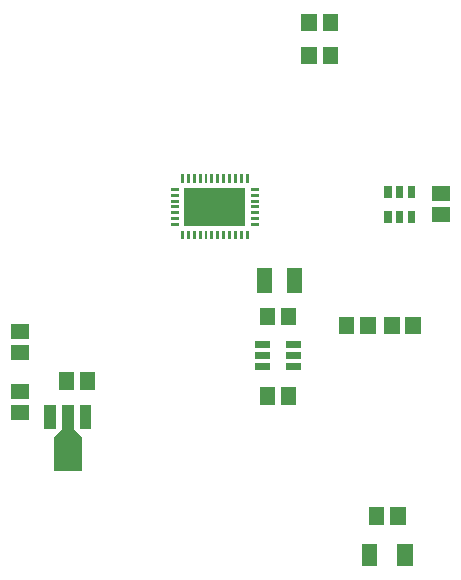
<source format=gbr>
G04 start of page 10 for group -4015 idx -4015 *
G04 Title: (unknown), toppaste *
G04 Creator: pcb 20110918 *
G04 CreationDate: Wed 23 Apr 2014 02:57:30 AM GMT UTC *
G04 For: railfan *
G04 Format: Gerber/RS-274X *
G04 PCB-Dimensions: 210000 270000 *
G04 PCB-Coordinate-Origin: lower left *
%MOIN*%
%FSLAX25Y25*%
%LNTOPPASTE*%
%ADD74R,0.0244X0.0244*%
%ADD73R,0.0490X0.0490*%
%ADD72R,0.1240X0.1240*%
%ADD71R,0.0098X0.0098*%
%ADD70C,0.0001*%
%ADD69R,0.0945X0.0945*%
%ADD68R,0.0378X0.0378*%
%ADD67R,0.0512X0.0512*%
%ADD66R,0.0240X0.0240*%
G54D66*X165500Y165800D02*Y164200D01*
X161600Y165800D02*Y164200D01*
X157700Y165800D02*Y164200D01*
Y157600D02*Y156000D01*
X161600Y157600D02*Y156000D01*
X165500Y157600D02*Y156000D01*
G54D67*X57543Y102393D02*Y101607D01*
X50457Y102393D02*Y101607D01*
X34607Y98543D02*X35393D01*
X34607Y91457D02*X35393D01*
G54D68*X56906Y91989D02*Y87895D01*
X51000Y91989D02*Y80179D01*
G54D69*Y78445D02*Y76555D01*
G54D70*G36*
X52885Y86010D02*X55725Y83170D01*
X54305Y81750D01*
X51465Y84590D01*
X52885Y86010D01*
G37*
G36*
X46275Y83170D02*X49115Y86010D01*
X50535Y84590D01*
X47695Y81750D01*
X46275Y83170D01*
G37*
G54D68*X45094Y91989D02*Y87895D01*
G54D71*X110827Y170335D02*Y168563D01*
X108858Y170335D02*Y168563D01*
X106890Y170335D02*Y168563D01*
X104921Y170335D02*Y168563D01*
X102953Y170335D02*Y168563D01*
X100984Y170335D02*Y168563D01*
X99016Y170335D02*Y168563D01*
X97047Y170335D02*Y168563D01*
X95079Y170335D02*Y168563D01*
X93110Y170335D02*Y168563D01*
X91142Y170335D02*Y168563D01*
X89173Y170335D02*Y168563D01*
X85728Y165906D02*X87500D01*
X85728Y163937D02*X87500D01*
X85728Y161969D02*X87500D01*
X85728Y160000D02*X87500D01*
X85728Y158031D02*X87500D01*
X85728Y156063D02*X87500D01*
X85728Y154094D02*X87500D01*
X89173Y151437D02*Y149665D01*
X91142Y151437D02*Y149665D01*
X93110Y151437D02*Y149665D01*
X95079Y151437D02*Y149665D01*
X97047Y151437D02*Y149665D01*
X99016Y151437D02*Y149665D01*
X100984Y151437D02*Y149665D01*
X102953Y151437D02*Y149665D01*
X104921Y151437D02*Y149665D01*
X106890Y151437D02*Y149665D01*
X108858Y151437D02*Y149665D01*
X110827Y151437D02*Y149665D01*
X112500Y154094D02*X114272D01*
X112500Y156063D02*X114272D01*
X112500Y158031D02*X114272D01*
X112500Y160000D02*X114272D01*
X112500Y161969D02*X114272D01*
X112500Y163937D02*X114272D01*
X112500Y165906D02*X114272D01*
G54D72*X96062Y160000D02*X103938D01*
G54D67*X34607Y111414D02*X35393D01*
X34607Y118500D02*X35393D01*
X138457Y221893D02*Y221107D01*
X131371Y221893D02*Y221107D01*
X138500Y210893D02*Y210107D01*
X131414Y210893D02*Y210107D01*
X166086Y120893D02*Y120107D01*
X159000Y120893D02*Y120107D01*
X143957Y120893D02*Y120107D01*
X151043Y120893D02*Y120107D01*
G54D73*X116500Y137300D02*Y133700D01*
X126500Y137300D02*Y133700D01*
G54D67*X117457Y123893D02*Y123107D01*
X124543Y123893D02*Y123107D01*
G54D74*X124976Y106760D02*X127339D01*
X124976Y110500D02*X127339D01*
X124976Y114240D02*X127339D01*
X114661D02*X117024D01*
X114661Y110500D02*X117024D01*
X114661Y106760D02*X117024D01*
G54D67*X117457Y97393D02*Y96607D01*
X124543Y97393D02*Y96607D01*
X175107Y157457D02*X175893D01*
X175107Y164543D02*X175893D01*
X151595Y45181D02*Y42819D01*
X163405Y45181D02*Y42819D01*
X161043Y57393D02*Y56607D01*
X153957Y57393D02*Y56607D01*
M02*

</source>
